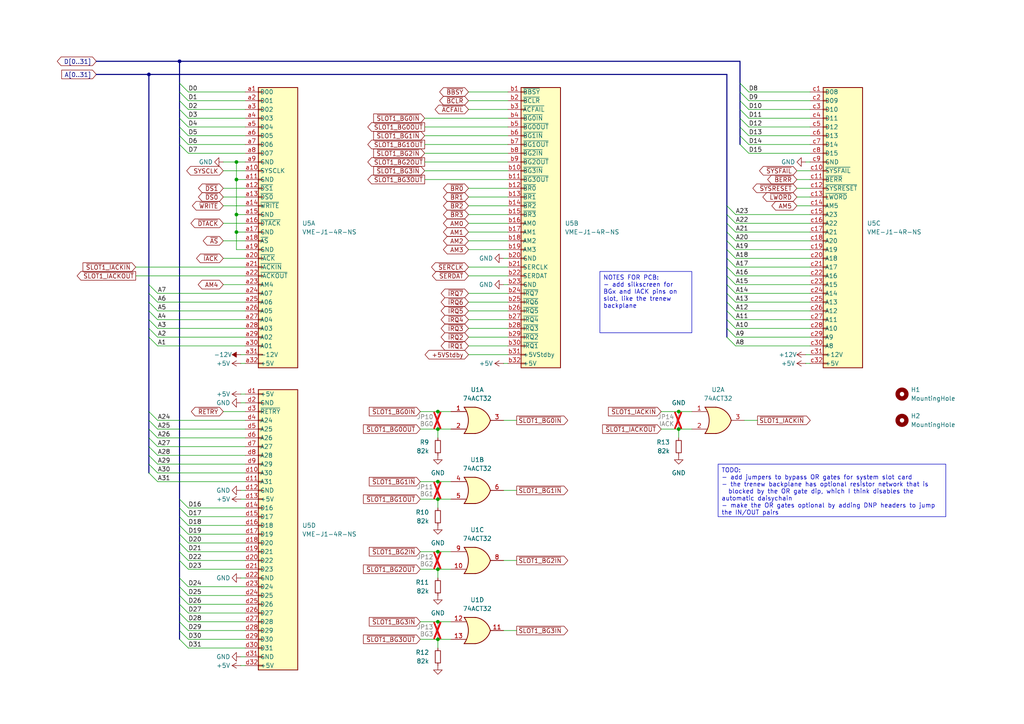
<source format=kicad_sch>
(kicad_sch (version 20231120) (generator "eeschema") (generator_version "8.0")
  (paper "A4")
  (title_block (title "6-Slot Backplane") (rev "1"))
  (junction (at 127 124.46))
  (junction (at 68.58 62.23))
  (junction (at 196.85 119.38))
  (junction (at 127 139.7))
  (junction (at 127 119.38))
  (junction (at 43.18 21.59))
  (junction (at 68.58 46.99))
  (junction (at 127 180.34))
  (junction (at 127 144.78))
  (junction (at 68.58 52.07))
  (junction (at 127 185.42))
  (junction (at 68.58 67.31))
  (junction (at 196.85 124.46))
  (junction (at 127 165.1))
  (junction (at 127 160.02))
  (junction (at 52.07 17.78))
  (bus_entry (at 54.61 185.42) (size -2.54 -2.54))
  (bus_entry (at 54.61 36.83) (size -2.54 -2.54))
  (bus_entry (at 54.61 187.96) (size -2.54 -2.54))
  (bus_entry (at 213.36 95.25) (size -2.54 -2.54))
  (bus_entry (at 54.61 157.48) (size -2.54 -2.54))
  (bus_entry (at 54.61 149.86) (size -2.54 -2.54))
  (bus_entry (at 45.72 139.7) (size -2.54 -2.54))
  (bus_entry (at 45.72 132.08) (size -2.54 -2.54))
  (bus_entry (at 213.36 90.17) (size -2.54 -2.54))
  (bus_entry (at 213.36 72.39) (size -2.54 -2.54))
  (bus_entry (at 213.36 92.71) (size -2.54 -2.54))
  (bus_entry (at 45.72 137.16) (size -2.54 -2.54))
  (bus_entry (at 45.72 100.33) (size -2.54 -2.54))
  (bus_entry (at 217.17 29.21) (size -2.54 -2.54))
  (bus_entry (at 54.61 180.34) (size -2.54 -2.54))
  (bus_entry (at 54.61 147.32) (size -2.54 -2.54))
  (bus_entry (at 45.72 85.09) (size -2.54 -2.54))
  (bus_entry (at 213.36 69.85) (size -2.54 -2.54))
  (bus_entry (at 213.36 80.01) (size -2.54 -2.54))
  (bus_entry (at 213.36 74.93) (size -2.54 -2.54))
  (bus_entry (at 54.61 172.72) (size -2.54 -2.54))
  (bus_entry (at 54.61 26.67) (size -2.54 -2.54))
  (bus_entry (at 213.36 62.23) (size -2.54 -2.54))
  (bus_entry (at 54.61 41.91) (size -2.54 -2.54))
  (bus_entry (at 45.72 87.63) (size -2.54 -2.54))
  (bus_entry (at 54.61 39.37) (size -2.54 -2.54))
  (bus_entry (at 217.17 39.37) (size -2.54 -2.54))
  (bus_entry (at 45.72 97.79) (size -2.54 -2.54))
  (bus_entry (at 217.17 44.45) (size -2.54 -2.54))
  (bus_entry (at 45.72 134.62) (size -2.54 -2.54))
  (bus_entry (at 54.61 31.75) (size -2.54 -2.54))
  (bus_entry (at 213.36 82.55) (size -2.54 -2.54))
  (bus_entry (at 45.72 95.25) (size -2.54 -2.54))
  (bus_entry (at 45.72 92.71) (size -2.54 -2.54))
  (bus_entry (at 213.36 100.33) (size -2.54 -2.54))
  (bus_entry (at 217.17 31.75) (size -2.54 -2.54))
  (bus_entry (at 54.61 160.02) (size -2.54 -2.54))
  (bus_entry (at 54.61 165.1) (size -2.54 -2.54))
  (bus_entry (at 54.61 44.45) (size -2.54 -2.54))
  (bus_entry (at 54.61 154.94) (size -2.54 -2.54))
  (bus_entry (at 54.61 182.88) (size -2.54 -2.54))
  (bus_entry (at 54.61 175.26) (size -2.54 -2.54))
  (bus_entry (at 213.36 87.63) (size -2.54 -2.54))
  (bus_entry (at 217.17 36.83) (size -2.54 -2.54))
  (bus_entry (at 213.36 67.31) (size -2.54 -2.54))
  (bus_entry (at 54.61 177.8) (size -2.54 -2.54))
  (bus_entry (at 213.36 77.47) (size -2.54 -2.54))
  (bus_entry (at 54.61 34.29) (size -2.54 -2.54))
  (bus_entry (at 217.17 26.67) (size -2.54 -2.54))
  (bus_entry (at 45.72 127) (size -2.54 -2.54))
  (bus_entry (at 217.17 34.29) (size -2.54 -2.54))
  (bus_entry (at 45.72 129.54) (size -2.54 -2.54))
  (bus_entry (at 54.61 152.4) (size -2.54 -2.54))
  (bus_entry (at 217.17 41.91) (size -2.54 -2.54))
  (bus_entry (at 54.61 170.18) (size -2.54 -2.54))
  (bus_entry (at 54.61 29.21) (size -2.54 -2.54))
  (bus_entry (at 213.36 64.77) (size -2.54 -2.54))
  (bus_entry (at 213.36 85.09) (size -2.54 -2.54))
  (bus_entry (at 54.61 162.56) (size -2.54 -2.54))
  (bus_entry (at 45.72 90.17) (size -2.54 -2.54))
  (bus_entry (at 45.72 124.46) (size -2.54 -2.54))
  (bus_entry (at 213.36 97.79) (size -2.54 -2.54))
  (bus_entry (at 45.72 121.92) (size -2.54 -2.54))
  (wire (pts (xy 64.77 54.61) (xy 71.12 54.61)))
  (wire (pts (xy -39.37 107.95) (xy -44.45 107.95)))
  (wire (pts (xy 123.19 34.29) (xy 147.32 34.29)))
  (bus (pts (xy 210.82 82.55) (xy 210.82 85.09)))
  (bus (pts (xy 43.18 92.71) (xy 43.18 90.17)))
  (bus (pts (xy 52.07 34.29) (xy 52.07 36.83)))
  (wire (pts (xy 127 185.42) (xy 127 187.96)))
  (wire (pts (xy 217.17 26.67) (xy 234.95 26.67)))
  (wire (pts (xy 231.14 54.61) (xy 234.95 54.61)))
  (wire (pts (xy 54.61 160.02) (xy 71.12 160.02)))
  (bus (pts (xy 210.82 59.69) (xy 210.82 62.23)))
  (wire (pts (xy 213.36 69.85) (xy 234.95 69.85)))
  (bus (pts (xy 52.07 175.26) (xy 52.07 177.8)))
  (wire (pts (xy 213.36 87.63) (xy 234.95 87.63)))
  (wire (pts (xy 135.89 69.85) (xy 147.32 69.85)))
  (bus (pts (xy 52.07 172.72) (xy 52.07 175.26)))
  (bus (pts (xy 210.82 64.77) (xy 210.82 67.31)))
  (wire (pts (xy 71.12 67.31) (xy 68.58 67.31)))
  (bus (pts (xy 214.63 34.29) (xy 214.63 36.83)))
  (wire (pts (xy 121.92 180.34) (xy 127 180.34)))
  (wire (pts (xy 45.72 139.7) (xy 71.12 139.7)))
  (bus (pts (xy 52.07 31.75) (xy 52.07 34.29)))
  (wire (pts (xy 54.61 187.96) (xy 71.12 187.96)))
  (wire (pts (xy 64.77 119.38) (xy 71.12 119.38)))
  (wire (pts (xy 213.36 77.47) (xy 234.95 77.47)))
  (bus (pts (xy 52.07 149.86) (xy 52.07 152.4)))
  (wire (pts (xy 69.85 102.87) (xy 71.12 102.87)))
  (wire (pts (xy 54.61 39.37) (xy 71.12 39.37)))
  (wire (pts (xy 123.19 46.99) (xy 147.32 46.99)))
  (wire (pts (xy 127 139.7) (xy 130.81 139.7)))
  (wire (pts (xy 64.77 69.85) (xy 71.12 69.85)))
  (wire (pts (xy 146.05 162.56) (xy 149.86 162.56)))
  (wire (pts (xy 135.89 90.17) (xy 147.32 90.17)))
  (wire (pts (xy 54.61 182.88) (xy 71.12 182.88)))
  (wire (pts (xy 64.77 57.15) (xy 71.12 57.15)))
  (wire (pts (xy 45.72 124.46) (xy 71.12 124.46)))
  (bus (pts (xy 210.82 95.25) (xy 210.82 97.79)))
  (wire (pts (xy 69.85 193.04) (xy 71.12 193.04)))
  (wire (pts (xy 45.72 137.16) (xy 71.12 137.16)))
  (wire (pts (xy 146.05 82.55) (xy 147.32 82.55)))
  (wire (pts (xy 45.72 129.54) (xy 71.12 129.54)))
  (wire (pts (xy 135.89 31.75) (xy 147.32 31.75)))
  (bus (pts (xy 214.63 39.37) (xy 214.63 41.91)))
  (wire (pts (xy 135.89 26.67) (xy 147.32 26.67)))
  (wire (pts (xy 217.17 34.29) (xy 234.95 34.29)))
  (bus (pts (xy 214.63 29.21) (xy 214.63 31.75)))
  (wire (pts (xy 213.36 100.33) (xy 234.95 100.33)))
  (wire (pts (xy 231.14 52.07) (xy 234.95 52.07)))
  (bus (pts (xy 43.18 85.09) (xy 43.18 87.63)))
  (bus (pts (xy 214.63 17.78) (xy 214.63 24.13)))
  (wire (pts (xy 45.72 97.79) (xy 71.12 97.79)))
  (bus (pts (xy 52.07 170.18) (xy 52.07 172.72)))
  (bus (pts (xy 52.07 36.83) (xy 52.07 39.37)))
  (wire (pts (xy 64.77 82.55) (xy 71.12 82.55)))
  (wire (pts (xy 127 144.78) (xy 127 147.32)))
  (wire (pts (xy 71.12 190.5) (xy 69.85 190.5)))
  (wire (pts (xy 127 180.34) (xy 130.81 180.34)))
  (bus (pts (xy 43.18 95.25) (xy 43.18 92.71)))
  (wire (pts (xy 231.14 49.53) (xy 234.95 49.53)))
  (bus (pts (xy 52.07 147.32) (xy 52.07 149.86)))
  (wire (pts (xy 39.37 77.47) (xy 71.12 77.47)))
  (bus (pts (xy 52.07 39.37) (xy 52.07 41.91)))
  (wire (pts (xy 215.9 121.92) (xy 219.71 121.92)))
  (bus (pts (xy 210.82 21.59) (xy 210.82 59.69)))
  (wire (pts (xy 45.72 95.25) (xy 71.12 95.25)))
  (wire (pts (xy 71.12 116.84) (xy 69.85 116.84)))
  (wire (pts (xy 69.85 114.3) (xy 71.12 114.3)))
  (bus (pts (xy 210.82 62.23) (xy 210.82 64.77)))
  (wire (pts (xy 217.17 39.37) (xy 234.95 39.37)))
  (bus (pts (xy 214.63 24.13) (xy 214.63 26.67)))
  (bus (pts (xy 214.63 31.75) (xy 214.63 34.29)))
  (wire (pts (xy 68.58 46.99) (xy 68.58 52.07)))
  (wire (pts (xy 69.85 142.24) (xy 71.12 142.24)))
  (bus (pts (xy 52.07 180.34) (xy 52.07 182.88)))
  (bus (pts (xy 52.07 177.8) (xy 52.07 180.34)))
  (wire (pts (xy 233.68 105.41) (xy 234.95 105.41)))
  (bus (pts (xy 52.07 182.88) (xy 52.07 185.42)))
  (wire (pts (xy 146.05 182.88) (xy 149.86 182.88)))
  (wire (pts (xy 135.89 97.79) (xy 147.32 97.79)))
  (wire (pts (xy 68.58 52.07) (xy 68.58 62.23)))
  (wire (pts (xy 135.89 57.15) (xy 147.32 57.15)))
  (wire (pts (xy 135.89 54.61) (xy 147.32 54.61)))
  (wire (pts (xy 69.85 167.64) (xy 71.12 167.64)))
  (wire (pts (xy 213.36 74.93) (xy 234.95 74.93)))
  (wire (pts (xy 54.61 147.32) (xy 71.12 147.32)))
  (wire (pts (xy 121.92 160.02) (xy 127 160.02)))
  (wire (pts (xy 54.61 31.75) (xy 71.12 31.75)))
  (bus (pts (xy 43.18 134.62) (xy 43.18 137.16)))
  (wire (pts (xy 54.61 44.45) (xy 71.12 44.45)))
  (wire (pts (xy 71.12 52.07) (xy 68.58 52.07)))
  (wire (pts (xy 54.61 172.72) (xy 71.12 172.72)))
  (wire (pts (xy 135.89 102.87) (xy 147.32 102.87)))
  (wire (pts (xy 135.89 95.25) (xy 147.32 95.25)))
  (wire (pts (xy 121.92 165.1) (xy 127 165.1)))
  (wire (pts (xy 217.17 29.21) (xy 234.95 29.21)))
  (wire (pts (xy -44.45 135.89) (xy -39.37 135.89)))
  (bus (pts (xy 52.07 144.78) (xy 52.07 147.32)))
  (wire (pts (xy 217.17 31.75) (xy 234.95 31.75)))
  (bus (pts (xy 52.07 162.56) (xy 52.07 167.64)))
  (bus (pts (xy 27.94 21.59) (xy 43.18 21.59)))
  (wire (pts (xy 45.72 132.08) (xy 71.12 132.08)))
  (bus (pts (xy 210.82 67.31) (xy 210.82 69.85)))
  (wire (pts (xy 45.72 87.63) (xy 71.12 87.63)))
  (wire (pts (xy 213.36 72.39) (xy 234.95 72.39)))
  (wire (pts (xy 127 124.46) (xy 130.81 124.46)))
  (wire (pts (xy 64.77 59.69) (xy 71.12 59.69)))
  (bus (pts (xy 210.82 92.71) (xy 210.82 95.25)))
  (wire (pts (xy 123.19 39.37) (xy 147.32 39.37)))
  (wire (pts (xy 127 160.02) (xy 130.81 160.02)))
  (wire (pts (xy 123.19 41.91) (xy 147.32 41.91)))
  (wire (pts (xy 146.05 105.41) (xy 147.32 105.41)))
  (wire (pts (xy 45.72 121.92) (xy 71.12 121.92)))
  (wire (pts (xy 45.72 100.33) (xy 71.12 100.33)))
  (wire (pts (xy 213.36 85.09) (xy 234.95 85.09)))
  (bus (pts (xy 43.18 82.55) (xy 43.18 85.09)))
  (wire (pts (xy 45.72 85.09) (xy 71.12 85.09)))
  (wire (pts (xy 191.77 124.46) (xy 196.85 124.46)))
  (wire (pts (xy 213.36 62.23) (xy 234.95 62.23)))
  (bus (pts (xy 43.18 127) (xy 43.18 129.54)))
  (bus (pts (xy 214.63 36.83) (xy 214.63 39.37)))
  (wire (pts (xy 54.61 154.94) (xy 71.12 154.94)))
  (wire (pts (xy 231.14 59.69) (xy 234.95 59.69)))
  (wire (pts (xy 54.61 152.4) (xy 71.12 152.4)))
  (bus (pts (xy 43.18 97.79) (xy 43.18 119.38)))
  (wire (pts (xy -44.45 152.4) (xy -39.37 152.4)))
  (wire (pts (xy 121.92 139.7) (xy 127 139.7)))
  (wire (pts (xy 135.89 72.39) (xy 147.32 72.39)))
  (bus (pts (xy 210.82 90.17) (xy 210.82 92.71)))
  (bus (pts (xy 52.07 17.78) (xy 214.63 17.78)))
  (bus (pts (xy 43.18 90.17) (xy 43.18 87.63)))
  (wire (pts (xy 196.85 124.46) (xy 200.66 124.46)))
  (bus (pts (xy 52.07 160.02) (xy 52.07 162.56)))
  (wire (pts (xy 127 165.1) (xy 127 167.64)))
  (bus (pts (xy 43.18 97.79) (xy 43.18 95.25)))
  (wire (pts (xy 54.61 34.29) (xy 71.12 34.29)))
  (bus (pts (xy 43.18 21.59) (xy 210.82 21.59)))
  (wire (pts (xy 64.77 46.99) (xy 68.58 46.99)))
  (wire (pts (xy 45.72 127) (xy 71.12 127)))
  (wire (pts (xy 64.77 49.53) (xy 71.12 49.53)))
  (wire (pts (xy 54.61 162.56) (xy 71.12 162.56)))
  (wire (pts (xy 213.36 64.77) (xy 234.95 64.77)))
  (bus (pts (xy 43.18 121.92) (xy 43.18 124.46)))
  (bus (pts (xy 52.07 29.21) (xy 52.07 31.75)))
  (wire (pts (xy -44.45 86.36) (xy -39.37 86.36)))
  (wire (pts (xy -39.37 91.44) (xy -44.45 91.44)))
  (wire (pts (xy -39.37 140.97) (xy -44.45 140.97)))
  (wire (pts (xy 123.19 44.45) (xy 147.32 44.45)))
  (bus (pts (xy 210.82 72.39) (xy 210.82 74.93)))
  (wire (pts (xy 54.61 177.8) (xy 71.12 177.8)))
  (bus (pts (xy 27.94 17.78) (xy 52.07 17.78)))
  (wire (pts (xy 135.89 29.21) (xy 147.32 29.21)))
  (wire (pts (xy -39.37 124.46) (xy -44.45 124.46)))
  (wire (pts (xy 213.36 92.71) (xy 234.95 92.71)))
  (wire (pts (xy 123.19 49.53) (xy 147.32 49.53)))
  (bus (pts (xy 210.82 69.85) (xy 210.82 72.39)))
  (wire (pts (xy 54.61 165.1) (xy 71.12 165.1)))
  (wire (pts (xy 213.36 97.79) (xy 234.95 97.79)))
  (wire (pts (xy -44.45 119.38) (xy -39.37 119.38)))
  (wire (pts (xy 127 124.46) (xy 127 127)))
  (bus (pts (xy 210.82 74.93) (xy 210.82 77.47)))
  (wire (pts (xy 217.17 44.45) (xy 234.95 44.45)))
  (wire (pts (xy 54.61 175.26) (xy 71.12 175.26)))
  (wire (pts (xy 68.58 62.23) (xy 71.12 62.23)))
  (bus (pts (xy 210.82 80.01) (xy 210.82 82.55)))
  (wire (pts (xy 146.05 121.92) (xy 149.86 121.92)))
  (wire (pts (xy -44.45 102.87) (xy -39.37 102.87)))
  (wire (pts (xy 213.36 67.31) (xy 234.95 67.31)))
  (wire (pts (xy 54.61 170.18) (xy 71.12 170.18)))
  (wire (pts (xy 135.89 67.31) (xy 147.32 67.31)))
  (bus (pts (xy 214.63 26.67) (xy 214.63 29.21)))
  (wire (pts (xy 54.61 180.34) (xy 71.12 180.34)))
  (wire (pts (xy 54.61 36.83) (xy 71.12 36.83)))
  (wire (pts (xy 64.77 64.77) (xy 71.12 64.77)))
  (wire (pts (xy 123.19 36.83) (xy 147.32 36.83)))
  (wire (pts (xy 123.19 52.07) (xy 147.32 52.07)))
  (wire (pts (xy 54.61 149.86) (xy 71.12 149.86)))
  (bus (pts (xy 43.18 21.59) (xy 43.18 82.55)))
  (wire (pts (xy 196.85 119.38) (xy 200.66 119.38)))
  (wire (pts (xy 135.89 100.33) (xy 147.32 100.33)))
  (wire (pts (xy 121.92 124.46) (xy 127 124.46)))
  (wire (pts (xy 121.92 144.78) (xy 127 144.78)))
  (wire (pts (xy 54.61 185.42) (xy 71.12 185.42)))
  (wire (pts (xy 217.17 36.83) (xy 234.95 36.83)))
  (wire (pts (xy 127 165.1) (xy 130.81 165.1)))
  (wire (pts (xy 135.89 87.63) (xy 147.32 87.63)))
  (bus (pts (xy 210.82 85.09) (xy 210.82 87.63)))
  (wire (pts (xy 127 185.42) (xy 130.81 185.42)))
  (bus (pts (xy 52.07 26.67) (xy 52.07 29.21)))
  (wire (pts (xy 127 144.78) (xy 130.81 144.78)))
  (wire (pts (xy 234.95 46.99) (xy 233.68 46.99)))
  (wire (pts (xy 233.68 102.87) (xy 234.95 102.87)))
  (wire (pts (xy 39.37 80.01) (xy 71.12 80.01)))
  (wire (pts (xy 54.61 41.91) (xy 71.12 41.91)))
  (wire (pts (xy 196.85 124.46) (xy 196.85 127)))
  (wire (pts (xy 54.61 29.21) (xy 71.12 29.21)))
  (wire (pts (xy 45.72 90.17) (xy 71.12 90.17)))
  (wire (pts (xy 121.92 119.38) (xy 127 119.38)))
  (bus (pts (xy 52.07 24.13) (xy 52.07 26.67)))
  (wire (pts (xy 135.89 77.47) (xy 147.32 77.47)))
  (bus (pts (xy 52.07 154.94) (xy 52.07 157.48)))
  (wire (pts (xy 121.92 185.42) (xy 127 185.42)))
  (wire (pts (xy 45.72 92.71) (xy 71.12 92.71)))
  (wire (pts (xy 213.36 95.25) (xy 234.95 95.25)))
  (wire (pts (xy 135.89 85.09) (xy 147.32 85.09)))
  (wire (pts (xy 191.77 119.38) (xy 196.85 119.38)))
  (wire (pts (xy 54.61 157.48) (xy 71.12 157.48)))
  (bus (pts (xy 210.82 77.47) (xy 210.82 80.01)))
  (wire (pts (xy 135.89 64.77) (xy 147.32 64.77)))
  (wire (pts (xy 69.85 105.41) (xy 71.12 105.41)))
  (wire (pts (xy 71.12 46.99) (xy 68.58 46.99)))
  (wire (pts (xy 54.61 26.67) (xy 71.12 26.67)))
  (wire (pts (xy 68.58 72.39) (xy 71.12 72.39)))
  (bus (pts (xy 52.07 157.48) (xy 52.07 160.02)))
  (wire (pts (xy 135.89 80.01) (xy 147.32 80.01)))
  (wire (pts (xy 45.72 134.62) (xy 71.12 134.62)))
  (wire (pts (xy 213.36 82.55) (xy 234.95 82.55)))
  (bus (pts (xy 43.18 124.46) (xy 43.18 127)))
  (wire (pts (xy 146.05 142.24) (xy 149.86 142.24)))
  (bus (pts (xy 43.18 119.38) (xy 43.18 121.92)))
  (wire (pts (xy 68.58 67.31) (xy 68.58 72.39)))
  (wire (pts (xy 135.89 59.69) (xy 147.32 59.69)))
  (wire (pts (xy 68.58 62.23) (xy 68.58 67.31)))
  (wire (pts (xy 135.89 62.23) (xy 147.32 62.23)))
  (wire (pts (xy 213.36 90.17) (xy 234.95 90.17)))
  (wire (pts (xy -39.37 157.48) (xy -44.45 157.48)))
  (bus (pts (xy 52.07 167.64) (xy 52.07 170.18)))
  (bus (pts (xy 43.18 132.08) (xy 43.18 134.62)))
  (wire (pts (xy 127 119.38) (xy 130.81 119.38)))
  (wire (pts (xy 135.89 92.71) (xy 147.32 92.71)))
  (bus (pts (xy 43.18 129.54) (xy 43.18 132.08)))
  (bus (pts (xy 210.82 87.63) (xy 210.82 90.17)))
  (bus (pts (xy 52.07 152.4) (xy 52.07 154.94)))
  (wire (pts (xy 64.77 74.93) (xy 71.12 74.93)))
  (wire (pts (xy 217.17 41.91) (xy 234.95 41.91)))
  (wire (pts (xy 69.85 144.78) (xy 71.12 144.78)))
  (bus (pts (xy 52.07 17.78) (xy 52.07 24.13)))
  (wire (pts (xy 213.36 80.01) (xy 234.95 80.01)))
  (wire (pts (xy 146.05 74.93) (xy 147.32 74.93)))
  (wire (pts (xy 231.14 57.15) (xy 234.95 57.15)))
  (bus (pts (xy 52.07 41.91) (xy 52.07 144.78)))
  (text_box "NOTES FOR PCB:\n- add silkscreen for BGx and IACK pins on slot, like the trenew backplane" (at 173.99 78.74 0) (size 26.67 17.78) (effects (font (size 1.27 1.27)) (justify left top)))
  (text_box "TODO:\n- add jumpers to bypass OR gates for system slot card\n- the trenew backplane has optional resistor network that is\n  blocked by the OR gate dip, which I think disables the automatic daisychain\n- make the OR gates optional by adding DNP headers to jump the IN/OUT pairs" (at 208.28 134.62 0) (size 66.04 15.24) (effects (font (size 1.27 1.27)) (justify left top)))
  (text "BUS REQUEST 3 LOOPBACK\n" (at -34.036 131.572 0) (effects (font (size 1.27 1.27))))
  (text "BUS REQUEST 2 LOOPBACK\n" (at -34.036 115.062 0) (effects (font (size 1.27 1.27))))
  (text "BUS REQUEST 0 LOOPBACK\n" (at -34.036 82.042 0) (effects (font (size 1.27 1.27))))
  (text "BUS REQUEST 1 LOOPBACK\n" (at -34.036 98.552 0) (effects (font (size 1.27 1.27))))
  (text "INTERRUPT ACKNOWLEDGE LOOPBACK\n" (at -34.036 148.082 0) (effects (font (size 1.27 1.27))))
  (label "D23" (at 54.61 165.1 0))
  (label "D28" (at 54.61 180.34 0))
  (label "A6" (at 45.72 87.63 0))
  (label "D31" (at 54.61 187.96 0))
  (label "D13" (at 217.17 39.37 0))
  (label "A18" (at 213.36 74.93 0))
  (label "D21" (at 54.61 160.02 0))
  (label "A3" (at 45.72 95.25 0))
  (label "A13" (at 213.36 87.63 0))
  (label "D4" (at 54.61 36.83 0))
  (label "A1" (at 45.72 100.33 0))
  (label "A23" (at 213.36 62.23 0))
  (label "A8" (at 213.36 100.33 0))
  (label "D17" (at 54.61 149.86 0))
  (label "A14" (at 213.36 85.09 0))
  (label "D7" (at 54.61 44.45 0))
  (label "D18" (at 54.61 152.4 0))
  (label "A9" (at 213.36 97.79 0))
  (label "A11" (at 213.36 92.71 0))
  (label "A12" (at 213.36 90.17 0))
  (label "A21" (at 213.36 67.31 0))
  (label "A7" (at 45.72 85.09 0))
  (label "D5" (at 54.61 39.37 0))
  (label "A2" (at 45.72 97.79 0))
  (label "D1" (at 54.61 29.21 0))
  (label "A5" (at 45.72 90.17 0))
  (label "D27" (at 54.61 177.8 0))
  (label "D9" (at 217.17 29.21 0))
  (label "A27" (at 45.72 129.54 0))
  (label "A4" (at 45.72 92.71 0))
  (label "D30" (at 54.61 185.42 0))
  (label "D29" (at 54.61 182.88 0))
  (label "D10" (at 217.17 31.75 0))
  (label "D3" (at 54.61 34.29 0))
  (label "A31" (at 45.72 139.7 0))
  (label "D6" (at 54.61 41.91 0))
  (label "A28" (at 45.72 132.08 0))
  (label "D12" (at 217.17 36.83 0))
  (label "D15" (at 217.17 44.45 0))
  (label "A19" (at 213.36 72.39 0))
  (label "D26" (at 54.61 175.26 0))
  (label "A16" (at 213.36 80.01 0))
  (label "D8" (at 217.17 26.67 0))
  (label "A10" (at 213.36 95.25 0))
  (label "A24" (at 45.72 121.92 0))
  (label "D11" (at 217.17 34.29 0))
  (label "D19" (at 54.61 154.94 0))
  (label "A22" (at 213.36 64.77 0))
  (label "D16" (at 54.61 147.32 0))
  (label "D2" (at 54.61 31.75 0))
  (label "D0" (at 54.61 26.67 0))
  (label "A30" (at 45.72 137.16 0))
  (label "A29" (at 45.72 134.62 0))
  (label "A26" (at 45.72 127 0))
  (label "A25" (at 45.72 124.46 0))
  (label "D22" (at 54.61 162.56 0))
  (label "D14" (at 217.17 41.91 0))
  (label "A15" (at 213.36 82.55 0))
  (label "D24" (at 54.61 170.18 0))
  (label "D20" (at 54.61 157.48 0))
  (label "A17" (at 213.36 77.47 0))
  (label "A20" (at 213.36 69.85 0))
  (label "D25" (at 54.61 172.72 0))
  (global_label "~{DS1}" (shape bidirectional) (at 64.77 54.61 180) (property "Intersheetrefs" "${INTERSHEET_REFS}" (effects (hide yes))))
  (global_label "~{BR3}" (shape bidirectional) (at 135.89 62.23 180) (property "Intersheetrefs" "${INTERSHEET_REFS}" (effects (hide yes))))
  (global_label "~{IRQ3}" (shape bidirectional) (at 135.89 95.25 180) (property "Intersheetrefs" "${INTERSHEET_REFS}" (effects (hide yes))))
  (global_label "SYSCLK" (shape bidirectional) (at 64.77 49.53 180) (property "Intersheetrefs" "${INTERSHEET_REFS}" (effects (hide yes))))
  (global_label "A[0..31]" (shape input) (at 27.94 21.59 180) (property "Intersheetrefs" "${INTERSHEET_REFS}" (effects (hide yes))))
  (global_label "~{BBSY}" (shape bidirectional) (at 135.89 26.67 180) (property "Intersheetrefs" "${INTERSHEET_REFS}" (effects (hide yes))))
  (global_label "AM1" (shape bidirectional) (at 135.89 67.31 180) (property "Intersheetrefs" "${INTERSHEET_REFS}" (effects (hide yes))))
  (global_label "~{DS0}" (shape bidirectional) (at 64.77 57.15 180) (property "Intersheetrefs" "${INTERSHEET_REFS}" (effects (hide yes))))
  (global_label "~{IRQ2}" (shape bidirectional) (at 135.89 97.79 180) (property "Intersheetrefs" "${INTERSHEET_REFS}" (effects (hide yes))))
  (global_label "~{SLOT1_BG0IN}" (shape input) (at 123.19 34.29 180) (property "Intersheetrefs" "${INTERSHEET_REFS}" (effects (hide yes))))
  (global_label "~{BR3}" (shape input) (at -39.37 140.97 0) (property "Intersheetrefs" "${INTERSHEET_REFS}" (effects (hide yes))))
  (global_label "~{IRQ4}" (shape bidirectional) (at 135.89 92.71 180) (property "Intersheetrefs" "${INTERSHEET_REFS}" (effects (hide yes))))
  (global_label "~{IRQ1}" (shape bidirectional) (at 135.89 100.33 180) (property "Intersheetrefs" "${INTERSHEET_REFS}" (effects (hide yes))))
  (global_label "~{SLOT1_IACKIN}" (shape input) (at 39.37 77.47 180) (property "Intersheetrefs" "${INTERSHEET_REFS}" (effects (hide yes))))
  (global_label "~{SLOT1_IACKIN}" (shape input) (at -39.37 152.4 0) (property "Intersheetrefs" "${INTERSHEET_REFS}" (effects (hide yes))))
  (global_label "~{BR1}" (shape input) (at -39.37 107.95 0) (property "Intersheetrefs" "${INTERSHEET_REFS}" (effects (hide yes))))
  (global_label "~{SLOT1_IACKIN}" (shape output) (at 219.71 121.92 0) (property "Intersheetrefs" "${INTERSHEET_REFS}" (effects (hide yes))))
  (global_label "~{SLOT1_BG2IN}" (shape input) (at 121.92 160.02 180) (property "Intersheetrefs" "${INTERSHEET_REFS}" (effects (hide yes))))
  (global_label "~{BR0}" (shape input) (at -39.37 91.44 0) (property "Intersheetrefs" "${INTERSHEET_REFS}" (effects (hide yes))))
  (global_label "D[0..31]" (shape bidirectional) (at 27.94 17.78 180) (property "Intersheetrefs" "${INTERSHEET_REFS}" (effects (hide yes))))
  (global_label "~{BR0}" (shape bidirectional) (at 135.89 54.61 180) (property "Intersheetrefs" "${INTERSHEET_REFS}" (effects (hide yes))))
  (global_label "~{SLOT1_BG2OUT}" (shape output) (at 123.19 46.99 180) (property "Intersheetrefs" "${INTERSHEET_REFS}" (effects (hide yes))))
  (global_label "~{AS}" (shape bidirectional) (at 64.77 69.85 180) (property "Intersheetrefs" "${INTERSHEET_REFS}" (effects (hide yes))))
  (global_label "~{SLOT1_BG0IN}" (shape output) (at 149.86 121.92 0) (property "Intersheetrefs" "${INTERSHEET_REFS}" (effects (hide yes))))
  (global_label "~{SLOT1_BG0IN}" (shape input) (at 121.92 119.38 180) (property "Intersheetrefs" "${INTERSHEET_REFS}" (effects (hide yes))))
  (global_label "~{SLOT1_BG0OUT}" (shape input) (at 121.92 124.46 180) (property "Intersheetrefs" "${INTERSHEET_REFS}" (effects (hide yes))))
  (global_label "~{LWORD}" (shape bidirectional) (at 231.14 57.15 180) (property "Intersheetrefs" "${INTERSHEET_REFS}" (effects (hide yes))))
  (global_label "AM2" (shape bidirectional) (at 135.89 69.85 180) (property "Intersheetrefs" "${INTERSHEET_REFS}" (effects (hide yes))))
  (global_label "~{RETRY}" (shape bidirectional) (at 64.77 119.38 180) (property "Intersheetrefs" "${INTERSHEET_REFS}" (effects (hide yes))))
  (global_label "~{WRITE}" (shape bidirectional) (at 64.77 59.69 180) (property "Intersheetrefs" "${INTERSHEET_REFS}" (effects (hide yes))))
  (global_label "~{SLOT1_BG1OUT}" (shape input) (at 121.92 144.78 180) (property "Intersheetrefs" "${INTERSHEET_REFS}" (effects (hide yes))))
  (global_label "+5VStdby" (shape bidirectional) (at 135.89 102.87 180) (property "Intersheetrefs" "${INTERSHEET_REFS}" (effects (hide yes))))
  (global_label "~{SLOT1_BG1IN}" (shape input) (at 123.19 39.37 180) (property "Intersheetrefs" "${INTERSHEET_REFS}" (effects (hide yes))))
  (global_label "~{SLOT1_BG2IN}" (shape input) (at -39.37 119.38 0) (property "Intersheetrefs" "${INTERSHEET_REFS}" (effects (hide yes))))
  (global_label "~{SLOT1_BG2IN}" (shape output) (at 149.86 162.56 0) (property "Intersheetrefs" "${INTERSHEET_REFS}" (effects (hide yes))))
  (global_label "~{SLOT1_BG1OUT}" (shape output) (at 123.19 41.91 180) (property "Intersheetrefs" "${INTERSHEET_REFS}" (effects (hide yes))))
  (global_label "~{SERDAT}" (shape bidirectional) (at 135.89 80.01 180) (property "Intersheetrefs" "${INTERSHEET_REFS}" (effects (hide yes))))
  (global_label "~{SLOT1_BG3IN}" (shape input) (at -39.37 135.89 0) (property "Intersheetrefs" "${INTERSHEET_REFS}" (effects (hide yes))))
  (global_label "AM5" (shape bidirectional) (at 231.14 59.69 180) (property "Intersheetrefs" "${INTERSHEET_REFS}" (effects (hide yes))))
  (global_label "~{SLOT1_BG1IN}" (shape input) (at -39.37 102.87 0) (property "Intersheetrefs" "${INTERSHEET_REFS}" (effects (hide yes))))
  (global_label "~{SYSFAIL}" (shape bidirectional) (at 231.14 49.53 180) (property "Intersheetrefs" "${INTERSHEET_REFS}" (effects (hide yes))))
  (global_label "~{SLOT1_BG3OUT}" (shape input) (at 121.92 185.42 180) (property "Intersheetrefs" "${INTERSHEET_REFS}" (effects (hide yes))))
  (global_label "~{BCLR}" (shape bidirectional) (at 135.89 29.21 180) (property "Intersheetrefs" "${INTERSHEET_REFS}" (effects (hide yes))))
  (global_label "~{SLOT1_BG3IN}" (shape output) (at 149.86 182.88 0) (property "Intersheetrefs" "${INTERSHEET_REFS}" (effects (hide yes))))
  (global_label "~{SLOT1_IACKOUT}" (shape input) (at 191.77 124.46 180) (property "Intersheetrefs" "${INTERSHEET_REFS}" (effects (hide yes))))
  (global_label "~{SLOT1_BG0IN}" (shape input) (at -39.37 86.36 0) (property "Intersheetrefs" "${INTERSHEET_REFS}" (effects (hide yes))))
  (global_label "~{BR2}" (shape input) (at -39.37 124.46 0) (property "Intersheetrefs" "${INTERSHEET_REFS}" (effects (hide yes))))
  (global_label "~{IRQ5}" (shape bidirectional) (at 135.89 90.17 180) (property "Intersheetrefs" "${INTERSHEET_REFS}" (effects (hide yes))))
  (global_label "~{IACK}" (shape input) (at -39.37 157.48 0) (property "Intersheetrefs" "${INTERSHEET_REFS}" (effects (hide yes))))
  (global_label "~{IRQ7}" (shape bidirectional) (at 135.89 85.09 180) (property "Intersheetrefs" "${INTERSHEET_REFS}" (effects (hide yes))))
  (global_label "AM3" (shape bidirectional) (at 135.89 72.39 180) (property "Intersheetrefs" "${INTERSHEET_REFS}" (effects (hide yes))))
  (global_label "~{BR1}" (shape bidirectional) (at 135.89 57.15 180) (property "Intersheetrefs" "${INTERSHEET_REFS}" (effects (hide yes))))
  (global_label "~{SLOT1_BG3OUT}" (shape output) (at 123.19 52.07 180) (property "Intersheetrefs" "${INTERSHEET_REFS}" (effects (hide yes))))
  (global_label "~{IRQ6}" (shape bidirectional) (at 135.89 87.63 180) (property "Intersheetrefs" "${INTERSHEET_REFS}" (effects (hide yes))))
  (global_label "~{SLOT1_BG3IN}" (shape input) (at 123.19 49.53 180) (property "Intersheetrefs" "${INTERSHEET_REFS}" (effects (hide yes))))
  (global_label "~{SLOT1_IACKIN}" (shape input) (at 191.77 119.38 180) (property "Intersheetrefs" "${INTERSHEET_REFS}" (effects (hide yes))))
  (global_label "~{BERR}" (shape bidirectional) (at 231.14 52.07 180) (property "Intersheetrefs" "${INTERSHEET_REFS}" (effects (hide yes))))
  (global_label "~{SLOT1_BG2IN}" (shape input) (at 123.19 44.45 180) (property "Intersheetrefs" "${INTERSHEET_REFS}" (effects (hide yes))))
  (global_label "~{BR2}" (shape bidirectional) (at 135.89 59.69 180) (property "Intersheetrefs" "${INTERSHEET_REFS}" (effects (hide yes))))
  (global_label "~{ACFAIL}" (shape bidirectional) (at 135.89 31.75 180) (property "Intersheetrefs" "${INTERSHEET_REFS}" (effects (hide yes))))
  (global_label "~{SYSRESET}" (shape bidirectional) (at 231.14 54.61 180) (property "Intersheetrefs" "${INTERSHEET_REFS}" (effects (hide yes))))
  (global_label "AM4" (shape bidirectional) (at 64.77 82.55 180) (property "Intersheetrefs" "${INTERSHEET_REFS}" (effects (hide yes))))
  (global_label "~{IACK}" (shape bidirectional) (at 64.77 74.93 180) (property "Intersheetrefs" "${INTERSHEET_REFS}" (effects (hide yes))))
  (global_label "~{DTACK}" (shape bidirectional) (at 64.77 64.77 180) (property "Intersheetrefs" "${INTERSHEET_REFS}" (effects (hide yes))))
  (global_label "~{SLOT1_BG2OUT}" (shape input) (at 121.92 165.1 180) (property "Intersheetrefs" "${INTERSHEET_REFS}" (effects (hide yes))))
  (global_label "AM0" (shape bidirectional) (at 135.89 64.77 180) (property "Intersheetrefs" "${INTERSHEET_REFS}" (effects (hide yes))))
  (global_label "~{SERCLK}" (shape bidirectional) (at 135.89 77.47 180) (property "Intersheetrefs" "${INTERSHEET_REFS}" (effects (hide yes))))
  (global_label "~{SLOT1_BG1IN}" (shape output) (at 149.86 142.24 0) (property "Intersheetrefs" "${INTERSHEET_REFS}" (effects (hide yes))))
  (global_label "~{SLOT1_BG0OUT}" (shape output) (at 123.19 36.83 180) (property "Intersheetrefs" "${INTERSHEET_REFS}" (effects (hide yes))))
  (global_label "~{SLOT1_IACKOUT}" (shape output) (at 39.37 80.01 180) (property "Intersheetrefs" "${INTERSHEET_REFS}" (effects (hide yes))))
  (global_label "~{SLOT1_BG1IN}" (shape input) (at 121.92 139.7 180) (property "Intersheetrefs" "${INTERSHEET_REFS}" (effects (hide yes))))
  (global_label "~{SLOT1_BG3IN}" (shape input) (at 121.92 180.34 180) (property "Intersheetrefs" "${INTERSHEET_REFS}" (effects (hide yes))))
  (symbol (lib_id "74xx:74LS32") (at 138.43 182.88 0) (unit 4)
    (property "Reference" "U1" (at 138.43 173.99 0))
    (property "Value" "74ACT32" (at 138.43 176.53 0))
    (property "Datasheet" "http://www.ti.com/lit/gpn/sn74LS32" (effects (hide yes)))
    (property "Description" "Quad 2-input OR" (effects (hide yes)))
  )
  (symbol (lib_id "power:+5V") (at 69.85 105.41 90) (unit 1)
    (property "Reference" "#PWR037" (effects (hide yes)))
    (property "Value" "+5V" (at 64.77 105.41 90))
    (property "Description" "Power symbol creates a global label with name \"+5V\"" (effects (hide yes)))
  )
  (symbol (lib_id "Jumper:Jumper_2_Small_Bridged") (at -44.45 154.94 90) (unit 1) (exclude_from_sim yes)
    (property "Reference" "JP9" (at -45.466 153.416 90) (effects (justify left)))
    (property "Value" "IACK LOOPBACK" (at -45.466 155.956 90) (effects (justify left)))
    (property "Description" "Jumper, 2-pole, small symbol, bridged" (effects (hide yes)))
  )
  (symbol (lib_id "Jumper:Jumper_2_Small_Bridged") (at -44.45 105.41 90) (unit 1) (exclude_from_sim yes)
    (property "Reference" "JP6" (at -45.466 103.886 90) (effects (justify left)))
    (property "Value" "BR1 LOOPBACK" (at -45.466 106.426 90) (effects (justify left)))
    (property "Description" "Jumper, 2-pole, small symbol, bridged" (effects (hide yes)))
  )
  (symbol (lib_id "Computie_Connectors:VME64-J1-4R-NS") (at 152.4 64.77 0) (unit 2)
    (property "Reference" "U5" (at 163.83 64.7699 0) (effects (justify left)))
    (property "Value" "VME-J1-4R-NS" (at 163.83 67.3099 0) (effects (justify left)))
    (property "Footprint" "Computie_Connectors:DIN41612_C_4x32_Male_Horizontal_THT" (effects (hide yes)))
    (property "Description" "VME64 J1 (Backplane-side Socket), 4 Row (Non-Standard) DIN41612 Connector" (effects (hide yes)))
  )
  (symbol (lib_id "power:+5V") (at 146.05 105.41 90) (unit 1)
    (property "Reference" "#PWR051" (effects (hide yes)))
    (property "Value" "+5V" (at 140.97 105.41 90))
    (property "Description" "Power symbol creates a global label with name \"+5V\"" (effects (hide yes)))
  )
  (symbol (lib_id "power:+5V") (at 233.68 105.41 90) (unit 1)
    (property "Reference" "#PWR055" (effects (hide yes)))
    (property "Value" "+5V" (at 228.6 105.41 90))
    (property "Description" "Power symbol creates a global label with name \"+5V\"" (effects (hide yes)))
  )
  (symbol (lib_id "power:GND") (at 127 152.4 0) (unit 1)
    (property "Reference" "#PWR046" (effects (hide yes)))
    (property "Value" "GND" (at 127 157.48 0))
  )
  (symbol (lib_id "Mechanical:MountingHole") (at 261.62 114.3 0) (unit 1)
    (property "Reference" "H1" (at 264.16 113.03 0) (effects (justify left)))
    (property "Value" "MountingHole" (at 264.16 115.57 0) (effects (justify left)))
    (property "Footprint" "MountingHole:MountingHole_2.7mm_M2.5_DIN965" (effects (hide yes)))
  )
  (symbol (lib_id "power:GND") (at 233.68 46.99 270) (unit 1)
    (property "Reference" "#PWR053" (effects (hide yes)))
    (property "Value" "GND" (at 228.6 46.99 90))
  )
  (symbol (lib_id "power:GND") (at 196.85 132.08 0) (unit 1)
    (property "Reference" "#PWR052" (effects (hide yes)))
    (property "Value" "GND" (at 196.85 137.16 0))
  )
  (symbol (lib_id "power:GND") (at 146.05 82.55 270) (unit 1)
    (property "Reference" "#PWR050" (effects (hide yes)))
    (property "Value" "GND" (at 140.97 82.55 90))
  )
  (symbol (lib_id "power:GND") (at 64.77 46.99 270) (unit 1)
    (property "Reference" "#PWR035" (effects (hide yes)))
    (property "Value" "GND" (at 59.69 46.99 90))
  )
  (symbol (lib_id "Computie_Connectors:VME64-J1-4R-NS") (at 76.2 64.77 0) (unit 1)
    (property "Reference" "U5" (at 87.63 64.7699 0) (effects (justify left)))
    (property "Value" "VME-J1-4R-NS" (at 87.63 67.3099 0) (effects (justify left)))
    (property "Footprint" "Computie_Connectors:DIN41612_C_4x32_Male_Horizontal_THT" (effects (hide yes)))
    (property "Description" "VME64 J1 (Backplane-side Socket), 4 Row (Non-Standard) DIN41612 Connector" (effects (hide yes)))
  )
  (symbol (lib_id "Computie_Connectors:VME64-J1-4R-NS") (at 240.03 64.77 0) (unit 3)
    (property "Reference" "U5" (at 251.46 64.7699 0) (effects (justify left)))
    (property "Value" "VME-J1-4R-NS" (at 251.46 67.3099 0) (effects (justify left)))
    (property "Footprint" "Computie_Connectors:DIN41612_C_4x32_Male_Horizontal_THT" (effects (hide yes)))
    (property "Description" "VME64 J1 (Backplane-side Socket), 4 Row (Non-Standard) DIN41612 Connector" (effects (hide yes)))
  )
  (symbol (lib_id "Jumper:Jumper_2_Small_Bridged") (at 127 121.92 90) (unit 1) (exclude_from_sim yes) (dnp yes)
    (property "Reference" "JP10" (at 125.73 120.904 90) (effects (justify left)))
    (property "Value" "BG0" (at 125.73 122.936 90) (effects (justify left)))
    (property "Description" "Jumper, 2-pole, small symbol, bridged" (effects (hide yes)))
  )
  (symbol (lib_id "power:GND") (at 69.85 167.64 270) (unit 1)
    (property "Reference" "#PWR042" (effects (hide yes)))
    (property "Value" "GND" (at 64.77 167.64 90))
  )
  (symbol (lib_id "power:GND") (at 127 172.72 0) (unit 1)
    (property "Reference" "#PWR047" (effects (hide yes)))
    (property "Value" "GND" (at 127 177.8 0))
  )
  (symbol (lib_id "power:GND") (at 69.85 190.5 270) (unit 1)
    (property "Reference" "#PWR043" (effects (hide yes)))
    (property "Value" "GND" (at 64.77 190.5 90))
  )
  (symbol (lib_id "Device:R_Small") (at 127 129.54 0) (mirror y) (unit 1)
    (property "Reference" "R9" (at 124.46 128.2699 0) (effects (justify left)))
    (property "Value" "82k" (at 124.46 130.8099 0) (effects (justify left)))
    (property "Description" "Resistor, small symbol" (effects (hide yes)))
  )
  (symbol (lib_id "power:GND") (at 127 193.04 0) (unit 1)
    (property "Reference" "#PWR048" (effects (hide yes)))
    (property "Value" "GND" (at 196.85 116.84 0))
  )
  (symbol (lib_id "Mechanical:MountingHole") (at 261.62 121.92 0) (unit 1)
    (property "Reference" "H2" (at 264.16 120.65 0) (effects (justify left)))
    (property "Value" "MountingHole" (at 264.16 123.19 0) (effects (justify left)))
    (property "Footprint" "MountingHole:MountingHole_2.7mm_M2.5_DIN965" (effects (hide yes)))
  )
  (symbol (lib_id "power:+5V") (at 69.85 144.78 90) (unit 1)
    (property "Reference" "#PWR041" (effects (hide yes)))
    (property "Value" "+5V" (at 64.77 144.78 90))
    (property "Description" "Power symbol creates a global label with name \"+5V\"" (effects (hide yes)))
  )
  (symbol (lib_id "Jumper:Jumper_2_Small_Bridged") (at -44.45 138.43 90) (unit 1) (exclude_from_sim yes)
    (property "Reference" "JP8" (at -45.466 136.906 90) (effects (justify left)))
    (property "Value" "BR3 LOOPBACK" (at -45.466 139.446 90) (effects (justify left)))
    (property "Description" "Jumper, 2-pole, small symbol, bridged" (effects (hide yes)))
  )
  (symbol (lib_id "power:GND") (at 127 132.08 0) (unit 1)
    (property "Reference" "#PWR045" (effects (hide yes)))
    (property "Value" "GND" (at 127 137.16 0))
  )
  (symbol (lib_id "power:GND") (at 69.85 142.24 270) (unit 1)
    (property "Reference" "#PWR040" (effects (hide yes)))
    (property "Value" "GND" (at 64.77 142.24 90))
  )
  (symbol (lib_id "power:GND") (at 146.05 74.93 270) (unit 1)
    (property "Reference" "#PWR049" (effects (hide yes)))
    (property "Value" "GND" (at 140.97 74.93 90))
  )
  (symbol (lib_id "power:+5V") (at 69.85 193.04 90) (unit 1)
    (property "Reference" "#PWR044" (effects (hide yes)))
    (property "Value" "+5V" (at 64.77 193.04 90))
    (property "Description" "Power symbol creates a global label with name \"+5V\"" (effects (hide yes)))
  )
  (symbol (lib_id "Jumper:Jumper_2_Small_Bridged") (at 127 162.56 90) (unit 1) (exclude_from_sim yes) (dnp yes)
    (property "Reference" "JP12" (at 125.73 161.544 90) (effects (justify left)))
    (property "Value" "BG2" (at 125.73 163.576 90) (effects (justify left)))
    (property "Description" "Jumper, 2-pole, small symbol, bridged" (effects (hide yes)))
  )
  (symbol (lib_id "Computie_Connectors:VME64-J1-4R-NS") (at 76.2 152.4 0) (unit 4)
    (property "Reference" "U5" (at 87.63 152.3999 0) (effects (justify left)))
    (property "Value" "VME-J1-4R-NS" (at 87.63 154.9399 0) (effects (justify left)))
    (property "Footprint" "Computie_Connectors:DIN41612_C_4x32_Male_Horizontal_THT" (effects (hide yes)))
    (property "Description" "VME64 J1 (Backplane-side Socket), 4 Row (Non-Standard) DIN41612 Connector" (effects (hide yes)))
  )
  (symbol (lib_id "Jumper:Jumper_2_Small_Bridged") (at 127 182.88 90) (unit 1) (exclude_from_sim yes) (dnp yes)
    (property "Reference" "JP13" (at 125.73 181.864 90) (effects (justify left)))
    (property "Value" "BG3" (at 125.73 183.896 90) (effects (justify left)))
    (property "Description" "Jumper, 2-pole, small symbol, bridged" (effects (hide yes)))
  )
  (symbol (lib_id "power:+12V") (at 233.68 102.87 90) (unit 1)
    (property "Reference" "#PWR054" (effects (hide yes)))
    (property "Value" "+12V" (at 231.14 102.8699 90) (effects (justify left)))
    (property "Description" "Power symbol creates a global label with name \"+12V\"" (effects (hide yes)))
  )
  (symbol (lib_id "74xx:74LS32") (at 208.28 121.92 0) (unit 1)
    (property "Reference" "U2" (at 208.28 113.03 0))
    (property "Value" "74ACT32" (at 208.28 115.57 0))
    (property "Datasheet" "http://www.ti.com/lit/gpn/sn74LS32" (effects (hide yes)))
    (property "Description" "Quad 2-input OR" (effects (hide yes)))
  )
  (symbol (lib_id "74xx:74LS32") (at 138.43 121.92 0) (unit 1)
    (property "Reference" "U1" (at 138.43 113.03 0))
    (property "Value" "74ACT32" (at 138.43 115.57 0))
    (property "Datasheet" "http://www.ti.com/lit/gpn/sn74LS32" (effects (hide yes)))
    (property "Description" "Quad 2-input OR" (effects (hide yes)))
  )
  (symbol (lib_id "power:+5V") (at 69.85 114.3 90) (unit 1)
    (property "Reference" "#PWR038" (effects (hide yes)))
    (property "Value" "+5V" (at 64.77 114.3 90))
    (property "Description" "Power symbol creates a global label with name \"+5V\"" (effects (hide yes)))
  )
  (symbol (lib_id "Jumper:Jumper_2_Small_Bridged") (at -44.45 88.9 90) (unit 1) (exclude_from_sim yes)
    (property "Reference" "JP5" (at -45.466 87.376 90) (effects (justify left)))
    (property "Value" "BR0 LOOPBACK" (at -45.466 89.916 90) (effects (justify left)))
    (property "Description" "Jumper, 2-pole, small symbol, bridged" (effects (hide yes)))
  )
  (symbol (lib_id "power:GND") (at 69.85 116.84 270) (unit 1)
    (property "Reference" "#PWR039" (effects (hide yes)))
    (property "Value" "GND" (at 64.77 116.84 90))
  )
  (symbol (lib_id "power:-12V") (at 69.85 102.87 90) (unit 1)
    (property "Reference" "#PWR036" (effects (hide yes)))
    (property "Value" "-12V" (at 67.31 102.8699 90) (effects (justify left)))
    (property "Description" "Power symbol creates a global label with name \"-12V\"" (effects (hide yes)))
  )
  (symbol (lib_id "Jumper:Jumper_2_Small_Bridged") (at 127 142.24 90) (unit 1) (exclude_from_sim yes) (dnp yes)
    (property "Reference" "JP11" (at 125.73 141.224 90) (effects (justify left)))
    (property "Value" "BG1" (at 125.73 143.256 90) (effects (justify left)))
    (property "Description" "Jumper, 2-pole, small symbol, bridged" (effects (hide yes)))
  )
  (symbol (lib_id "74xx:74LS32") (at 138.43 142.24 0) (unit 2)
    (property "Reference" "U1" (at 138.43 133.35 0))
    (property "Value" "74ACT32" (at 138.43 135.89 0))
    (property "Datasheet" "http://www.ti.com/lit/gpn/sn74LS32" (effects (hide yes)))
    (property "Description" "Quad 2-input OR" (effects (hide yes)))
  )
  (symbol (lib_id "74xx:74LS32") (at 138.43 162.56 0) (unit 3)
    (property "Reference" "U1" (at 138.43 153.67 0))
    (property "Value" "74ACT32" (at 138.43 156.21 0))
    (property "Datasheet" "http://www.ti.com/lit/gpn/sn74LS32" (effects (hide yes)))
    (property "Description" "Quad 2-input OR" (effects (hide yes)))
  )
  (symbol (lib_id "Device:R_Small") (at 196.85 129.54 0) (mirror y) (unit 1)
    (property "Reference" "R13" (at 194.31 128.2699 0) (effects (justify left)))
    (property "Value" "82k" (at 194.31 130.8099 0) (effects (justify left)))
    (property "Description" "Resistor, small symbol" (effects (hide yes)))
  )
  (symbol (lib_id "Device:R_Small") (at 127 149.86 0) (mirror y) (unit 1)
    (property "Reference" "R10" (at 124.46 148.5899 0) (effects (justify left)))
    (property "Value" "82k" (at 124.46 151.1299 0) (effects (justify left)))
    (property "Description" "Resistor, small symbol" (effects (hide yes)))
  )
  (symbol (lib_id "Device:R_Small") (at 127 190.5 0) (mirror y) (unit 1)
    (property "Reference" "R12" (at 124.46 189.2299 0) (effects (justify left)))
    (property "Value" "82k" (at 124.46 191.7699 0) (effects (justify left)))
    (property "Description" "Resistor, small symbol" (effects (hide yes)))
  )
  (symbol (lib_id "Jumper:Jumper_2_Small_Bridged") (at 196.85 121.92 90) (unit 1) (exclude_from_sim yes) (dnp yes)
    (property "Reference" "JP14" (at 195.58 120.904 90) (effects (justify left)))
    (property "Value" "IACK" (at 195.58 122.936 90) (effects (justify left)))
    (property "Description" "Jumper, 2-pole, small symbol, bridged" (effects (hide yes)))
  )
  (symbol (lib_id "Jumper:Jumper_2_Small_Bridged") (at -44.45 121.92 90) (unit 1) (exclude_from_sim yes)
    (property "Reference" "JP7" (at -45.466 120.396 90) (effects (justify left)))
    (property "Value" "BR2 LOOPBACK" (at -45.466 122.936 90) (effects (justify left)))
    (property "Description" "Jumper, 2-pole, small symbol, bridged" (effects (hide yes)))
  )
  (symbol (lib_id "Device:R_Small") (at 127 170.18 0) (mirror y) (unit 1)
    (property "Reference" "R11" (at 124.46 168.9099 0) (effects (justify left)))
    (property "Value" "82k" (at 124.46 171.4499 0) (effects (justify left)))
    (property "Description" "Resistor, small symbol" (effects (hide yes)))
  )
)
</source>
